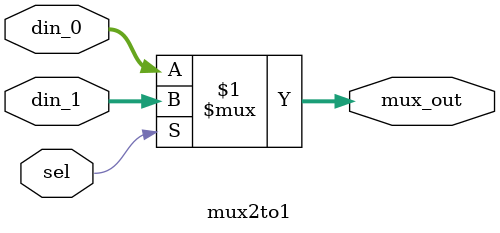
<source format=v>
module  mux2to1(din_0,din_1, sel,mux_out);

input [31:0]din_0, din_1;
input sel ;
output [31:0]mux_out;

assign mux_out = (sel) ? din_1 : din_0;

endmodule //End Of Module mux
</source>
